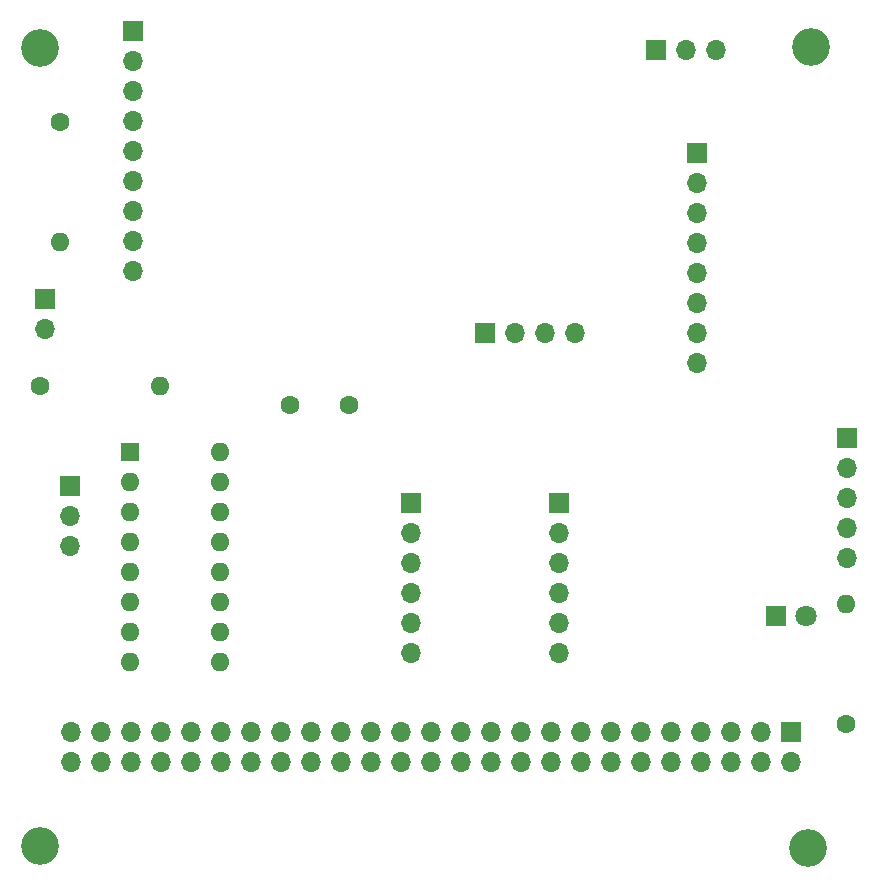
<source format=gbr>
%TF.GenerationSoftware,KiCad,Pcbnew,(6.0.7)*%
%TF.CreationDate,2023-01-31T14:53:13+03:00*%
%TF.ProjectId,Omarichet Sensor Shield 1.3,4f6d6172-6963-4686-9574-2053656e736f,rev?*%
%TF.SameCoordinates,Original*%
%TF.FileFunction,Soldermask,Top*%
%TF.FilePolarity,Negative*%
%FSLAX46Y46*%
G04 Gerber Fmt 4.6, Leading zero omitted, Abs format (unit mm)*
G04 Created by KiCad (PCBNEW (6.0.7)) date 2023-01-31 14:53:13*
%MOMM*%
%LPD*%
G01*
G04 APERTURE LIST*
%ADD10R,1.800000X1.800000*%
%ADD11C,1.800000*%
%ADD12C,1.600000*%
%ADD13O,1.600000X1.600000*%
%ADD14C,3.200000*%
%ADD15R,1.600000X1.600000*%
%ADD16R,1.700000X1.700000*%
%ADD17O,1.700000X1.700000*%
G04 APERTURE END LIST*
D10*
%TO.C,D1*%
X158295000Y-119740000D03*
D11*
X160835000Y-119740000D03*
%TD*%
D12*
%TO.C,R2*%
X97690000Y-77940000D03*
D13*
X97690000Y-88100000D03*
%TD*%
D14*
%TO.C,H2*%
X95950000Y-71660000D03*
%TD*%
D15*
%TO.C,U1*%
X103550000Y-105935000D03*
D13*
X103550000Y-108475000D03*
X103550000Y-111015000D03*
X103550000Y-113555000D03*
X103550000Y-116095000D03*
X103550000Y-118635000D03*
X103550000Y-121175000D03*
X103550000Y-123715000D03*
X111170000Y-123715000D03*
X111170000Y-121175000D03*
X111170000Y-118635000D03*
X111170000Y-116095000D03*
X111170000Y-113555000D03*
X111170000Y-111015000D03*
X111170000Y-108475000D03*
X111170000Y-105935000D03*
%TD*%
D16*
%TO.C,J7*%
X98535000Y-108815000D03*
D17*
X98535000Y-111355000D03*
X98535000Y-113895000D03*
%TD*%
D14*
%TO.C,H1*%
X161210000Y-71570000D03*
%TD*%
D12*
%TO.C,C1*%
X117100000Y-101880000D03*
X122100000Y-101880000D03*
%TD*%
D16*
%TO.C,J1*%
X96360000Y-92970000D03*
D17*
X96360000Y-95510000D03*
%TD*%
D16*
%TO.C,J5*%
X133610000Y-95795000D03*
D17*
X136150000Y-95795000D03*
X138690000Y-95795000D03*
X141230000Y-95795000D03*
%TD*%
D14*
%TO.C,H4*%
X160980000Y-139420000D03*
%TD*%
D16*
%TO.C,J4*%
X151625000Y-80565000D03*
D17*
X151625000Y-83105000D03*
X151625000Y-85645000D03*
X151625000Y-88185000D03*
X151625000Y-90725000D03*
X151625000Y-93265000D03*
X151625000Y-95805000D03*
X151625000Y-98345000D03*
%TD*%
D16*
%TO.C,J2*%
X148080000Y-71850000D03*
D17*
X150620000Y-71850000D03*
X153160000Y-71850000D03*
%TD*%
D16*
%TO.C,J10*%
X139925000Y-110205000D03*
D17*
X139925000Y-112745000D03*
X139925000Y-115285000D03*
X139925000Y-117825000D03*
X139925000Y-120365000D03*
X139925000Y-122905000D03*
%TD*%
D16*
%TO.C,J3*%
X164275000Y-104680000D03*
D17*
X164275000Y-107220000D03*
X164275000Y-109760000D03*
X164275000Y-112300000D03*
X164275000Y-114840000D03*
%TD*%
D16*
%TO.C,J8*%
X127340000Y-110210000D03*
D17*
X127340000Y-112750000D03*
X127340000Y-115290000D03*
X127340000Y-117830000D03*
X127340000Y-120370000D03*
X127340000Y-122910000D03*
%TD*%
D12*
%TO.C,R1*%
X95970000Y-100330000D03*
D13*
X106130000Y-100330000D03*
%TD*%
D14*
%TO.C,H3*%
X95980000Y-139230000D03*
%TD*%
D12*
%TO.C,R3*%
X164220000Y-128950000D03*
D13*
X164220000Y-118790000D03*
%TD*%
D16*
%TO.C,J6*%
X103855000Y-70230000D03*
D17*
X103855000Y-72770000D03*
X103855000Y-75310000D03*
X103855000Y-77850000D03*
X103855000Y-80390000D03*
X103855000Y-82930000D03*
X103855000Y-85470000D03*
X103855000Y-88010000D03*
X103855000Y-90550000D03*
%TD*%
D16*
%TO.C,J9*%
X159590000Y-129590000D03*
D17*
X159590000Y-132130000D03*
X157050000Y-129590000D03*
X157050000Y-132130000D03*
X154510000Y-129590000D03*
X154510000Y-132130000D03*
X151970000Y-129590000D03*
X151970000Y-132130000D03*
X149430000Y-129590000D03*
X149430000Y-132130000D03*
X146890000Y-129590000D03*
X146890000Y-132130000D03*
X144350000Y-129590000D03*
X144350000Y-132130000D03*
X141810000Y-129590000D03*
X141810000Y-132130000D03*
X139270000Y-129590000D03*
X139270000Y-132130000D03*
X136730000Y-129590000D03*
X136730000Y-132130000D03*
X134190000Y-129590000D03*
X134190000Y-132130000D03*
X131650000Y-129590000D03*
X131650000Y-132130000D03*
X129110000Y-129590000D03*
X129110000Y-132130000D03*
X126570000Y-129590000D03*
X126570000Y-132130000D03*
X124030000Y-129590000D03*
X124030000Y-132130000D03*
X121490000Y-129590000D03*
X121490000Y-132130000D03*
X118950000Y-129590000D03*
X118950000Y-132130000D03*
X116410000Y-129590000D03*
X116410000Y-132130000D03*
X113870000Y-129590000D03*
X113870000Y-132130000D03*
X111330000Y-129590000D03*
X111330000Y-132130000D03*
X108790000Y-129590000D03*
X108790000Y-132130000D03*
X106250000Y-129590000D03*
X106250000Y-132130000D03*
X103710000Y-129590000D03*
X103710000Y-132130000D03*
X101170000Y-129590000D03*
X101170000Y-132130000D03*
X98630000Y-129590000D03*
X98630000Y-132130000D03*
%TD*%
M02*

</source>
